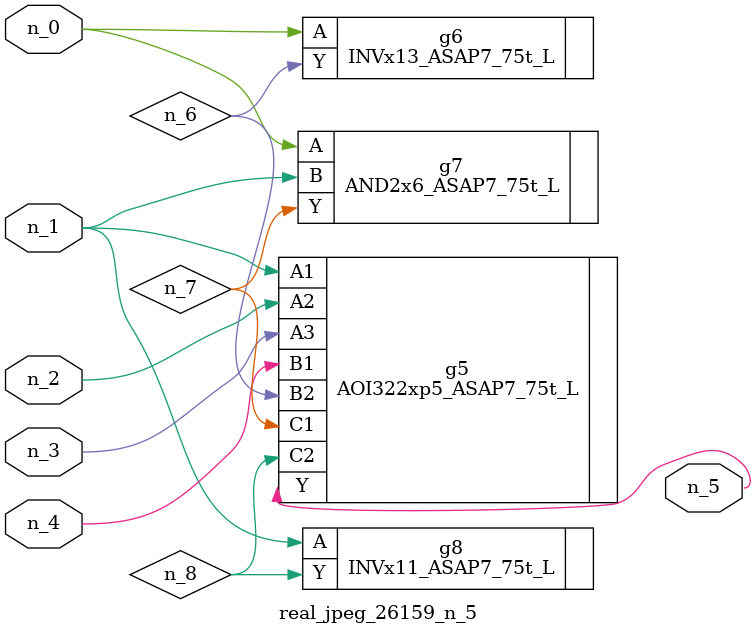
<source format=v>
module real_jpeg_26159_n_5 (n_4, n_0, n_1, n_2, n_3, n_5);

input n_4;
input n_0;
input n_1;
input n_2;
input n_3;

output n_5;

wire n_8;
wire n_6;
wire n_7;

INVx13_ASAP7_75t_L g6 ( 
.A(n_0),
.Y(n_6)
);

AND2x6_ASAP7_75t_L g7 ( 
.A(n_0),
.B(n_1),
.Y(n_7)
);

AOI322xp5_ASAP7_75t_L g5 ( 
.A1(n_1),
.A2(n_2),
.A3(n_3),
.B1(n_4),
.B2(n_6),
.C1(n_7),
.C2(n_8),
.Y(n_5)
);

INVx11_ASAP7_75t_L g8 ( 
.A(n_1),
.Y(n_8)
);


endmodule
</source>
